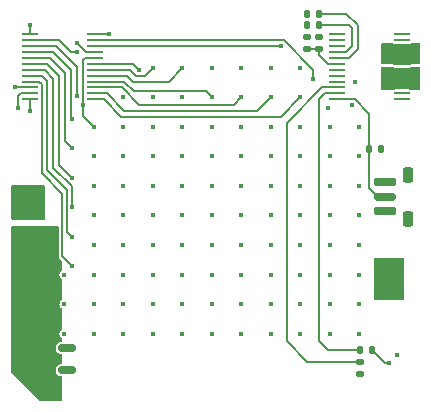
<source format=gbr>
%TF.GenerationSoftware,KiCad,Pcbnew,7.0.7*%
%TF.CreationDate,2023-10-31T11:13:49+10:00*%
%TF.ProjectId,LEDBoard,4c454442-6f61-4726-942e-6b696361645f,rev?*%
%TF.SameCoordinates,Original*%
%TF.FileFunction,Copper,L4,Bot*%
%TF.FilePolarity,Positive*%
%FSLAX46Y46*%
G04 Gerber Fmt 4.6, Leading zero omitted, Abs format (unit mm)*
G04 Created by KiCad (PCBNEW 7.0.7) date 2023-10-31 11:13:49*
%MOMM*%
%LPD*%
G01*
G04 APERTURE LIST*
G04 Aperture macros list*
%AMRoundRect*
0 Rectangle with rounded corners*
0 $1 Rounding radius*
0 $2 $3 $4 $5 $6 $7 $8 $9 X,Y pos of 4 corners*
0 Add a 4 corners polygon primitive as box body*
4,1,4,$2,$3,$4,$5,$6,$7,$8,$9,$2,$3,0*
0 Add four circle primitives for the rounded corners*
1,1,$1+$1,$2,$3*
1,1,$1+$1,$4,$5*
1,1,$1+$1,$6,$7*
1,1,$1+$1,$8,$9*
0 Add four rect primitives between the rounded corners*
20,1,$1+$1,$2,$3,$4,$5,0*
20,1,$1+$1,$4,$5,$6,$7,0*
20,1,$1+$1,$6,$7,$8,$9,0*
20,1,$1+$1,$8,$9,$2,$3,0*%
G04 Aperture macros list end*
%TA.AperFunction,SMDPad,CuDef*%
%ADD10R,2.600000X3.600000*%
%TD*%
%TA.AperFunction,SMDPad,CuDef*%
%ADD11RoundRect,0.062500X0.587500X0.062500X-0.587500X0.062500X-0.587500X-0.062500X0.587500X-0.062500X0*%
%TD*%
%TA.AperFunction,SMDPad,CuDef*%
%ADD12RoundRect,0.187500X-0.712500X0.187500X-0.712500X-0.187500X0.712500X-0.187500X0.712500X0.187500X0*%
%TD*%
%TA.AperFunction,SMDPad,CuDef*%
%ADD13RoundRect,0.150000X-0.750000X0.150000X-0.750000X-0.150000X0.750000X-0.150000X0.750000X0.150000X0*%
%TD*%
%TA.AperFunction,SMDPad,CuDef*%
%ADD14RoundRect,0.225000X-0.225000X0.425000X-0.225000X-0.425000X0.225000X-0.425000X0.225000X0.425000X0*%
%TD*%
%TA.AperFunction,SMDPad,CuDef*%
%ADD15RoundRect,0.135000X0.185000X-0.135000X0.185000X0.135000X-0.185000X0.135000X-0.185000X-0.135000X0*%
%TD*%
%TA.AperFunction,SMDPad,CuDef*%
%ADD16RoundRect,0.135000X0.135000X0.185000X-0.135000X0.185000X-0.135000X-0.185000X0.135000X-0.185000X0*%
%TD*%
%TA.AperFunction,SMDPad,CuDef*%
%ADD17RoundRect,0.135000X-0.185000X0.135000X-0.185000X-0.135000X0.185000X-0.135000X0.185000X0.135000X0*%
%TD*%
%TA.AperFunction,SMDPad,CuDef*%
%ADD18RoundRect,0.150000X0.587500X0.150000X-0.587500X0.150000X-0.587500X-0.150000X0.587500X-0.150000X0*%
%TD*%
%TA.AperFunction,SMDPad,CuDef*%
%ADD19RoundRect,0.135000X-0.135000X-0.185000X0.135000X-0.185000X0.135000X0.185000X-0.135000X0.185000X0*%
%TD*%
%TA.AperFunction,SMDPad,CuDef*%
%ADD20RoundRect,0.250000X0.650000X-0.325000X0.650000X0.325000X-0.650000X0.325000X-0.650000X-0.325000X0*%
%TD*%
%TA.AperFunction,ViaPad*%
%ADD21C,0.400000*%
%TD*%
%TA.AperFunction,Conductor*%
%ADD22C,0.200000*%
%TD*%
G04 APERTURE END LIST*
D10*
%TO.P,BT1,1,+*%
%TO.N,/BATT_TERM*%
X2850000Y-24500000D03*
%TO.P,BT1,2,-*%
%TO.N,-BATT*%
X32150000Y-24500000D03*
%TD*%
D11*
%TO.P,J2,1,Pin_1*%
%TO.N,unconnected-(J2-Pin_1-Pad1)*%
X33250000Y-3750000D03*
%TO.P,J2,2,Pin_2*%
%TO.N,unconnected-(J2-Pin_2-Pad2)*%
X27750000Y-3750000D03*
%TO.P,J2,3,Pin_3*%
%TO.N,unconnected-(J2-Pin_3-Pad3)*%
X33250000Y-4250000D03*
%TO.P,J2,4,Pin_4*%
%TO.N,unconnected-(J2-Pin_4-Pad4)*%
X27750000Y-4250000D03*
%TO.P,J2,5,Pin_5*%
%TO.N,+BATT*%
X33250000Y-4750000D03*
%TO.P,J2,6,Pin_6*%
%TO.N,unconnected-(J2-Pin_6-Pad6)*%
X27750000Y-4750000D03*
%TO.P,J2,7,Pin_7*%
%TO.N,+BATT*%
X33250000Y-5250000D03*
%TO.P,J2,8,Pin_8*%
%TO.N,/LED0*%
X27750000Y-5250000D03*
%TO.P,J2,9,Pin_9*%
%TO.N,+BATT*%
X33250000Y-5750000D03*
%TO.P,J2,10,Pin_10*%
%TO.N,/LED1*%
X27750000Y-5750000D03*
%TO.P,J2,11,Pin_11*%
%TO.N,+BATT*%
X33250000Y-6250000D03*
%TO.P,J2,12,Pin_12*%
%TO.N,/VSENSE*%
X27750000Y-6250000D03*
%TO.P,J2,13,Pin_13*%
%TO.N,-BATT*%
X33250000Y-6750000D03*
%TO.P,J2,14,Pin_14*%
%TO.N,unconnected-(J2-Pin_14-Pad14)*%
X27750000Y-6750000D03*
%TO.P,J2,15,Pin_15*%
%TO.N,-BATT*%
X33250000Y-7250000D03*
%TO.P,J2,16,Pin_16*%
%TO.N,unconnected-(J2-Pin_16-Pad16)*%
X27750000Y-7250000D03*
%TO.P,J2,17,Pin_17*%
%TO.N,-BATT*%
X33250000Y-7750000D03*
%TO.P,J2,18,Pin_18*%
%TO.N,unconnected-(J2-Pin_18-Pad18)*%
X27750000Y-7750000D03*
%TO.P,J2,19,Pin_19*%
%TO.N,-BATT*%
X33250000Y-8250000D03*
%TO.P,J2,20,Pin_20*%
%TO.N,/LED2*%
X27750000Y-8250000D03*
%TO.P,J2,21,Pin_21*%
%TO.N,unconnected-(J2-Pin_21-Pad21)*%
X33250000Y-8750000D03*
%TO.P,J2,22,Pin_22*%
%TO.N,/LED3*%
X27750000Y-8750000D03*
%TO.P,J2,23,Pin_23*%
%TO.N,unconnected-(J2-Pin_23-Pad23)*%
X33250000Y-9250000D03*
%TO.P,J2,24,Pin_24*%
%TO.N,/BUTTON*%
X27750000Y-9250000D03*
%TD*%
D12*
%TO.P,SW1,1,1*%
%TO.N,-BATT*%
X31850000Y-16275000D03*
X31850000Y-18725000D03*
D13*
%TO.P,SW1,2,2*%
%TO.N,/BUTTON*%
X31850000Y-17500000D03*
D14*
%TO.P,SW1,MP*%
%TO.N,N/C*%
X33800000Y-15650000D03*
X33800000Y-19350000D03*
%TD*%
D15*
%TO.P,R2,1*%
%TO.N,/VSENSE*%
X26250000Y-5010000D03*
%TO.P,R2,2*%
%TO.N,-BATT*%
X26250000Y-3990000D03*
%TD*%
D16*
%TO.P,R6,1*%
%TO.N,/LED3_R*%
X30760000Y-30500000D03*
%TO.P,R6,2*%
%TO.N,/LED3*%
X29740000Y-30500000D03*
%TD*%
D17*
%TO.P,R1,1*%
%TO.N,+BATT*%
X25250000Y-3990000D03*
%TO.P,R1,2*%
%TO.N,/VSENSE*%
X25250000Y-5010000D03*
%TD*%
D18*
%TO.P,Q1,1,G*%
%TO.N,-BATT*%
X4937500Y-30300000D03*
%TO.P,Q1,2,S*%
%TO.N,+BATT*%
X4937500Y-32200000D03*
%TO.P,Q1,3,D*%
%TO.N,/BATT_TERM*%
X3062500Y-31250000D03*
%TD*%
D15*
%TO.P,R5,1*%
%TO.N,/LED2_R*%
X29750000Y-32510000D03*
%TO.P,R5,2*%
%TO.N,/LED2*%
X29750000Y-31490000D03*
%TD*%
D11*
%TO.P,J1,1,Pin_1*%
%TO.N,-BATT*%
X7250000Y-3750000D03*
%TO.P,J1,2,Pin_2*%
X1750000Y-3750000D03*
%TO.P,J1,3,Pin_3*%
%TO.N,/LED Array/COL9*%
X7250000Y-4250000D03*
%TO.P,J1,4,Pin_4*%
%TO.N,/LED Array/ROW0*%
X1750000Y-4250000D03*
%TO.P,J1,5,Pin_5*%
%TO.N,/LED Array/COL10*%
X7250000Y-4750000D03*
%TO.P,J1,6,Pin_6*%
%TO.N,/LED Array/ROW1*%
X1750000Y-4750000D03*
%TO.P,J1,7,Pin_7*%
%TO.N,/LED Array/COL0*%
X7250000Y-5250000D03*
%TO.P,J1,8,Pin_8*%
%TO.N,/LED Array/ROW2*%
X1750000Y-5250000D03*
%TO.P,J1,9,Pin_9*%
%TO.N,/LED Array/COL1*%
X7250000Y-5750000D03*
%TO.P,J1,10,Pin_10*%
%TO.N,/LED Array/ROW3*%
X1750000Y-5750000D03*
%TO.P,J1,11,Pin_11*%
%TO.N,/LED Array/COL2*%
X7250000Y-6250000D03*
%TO.P,J1,12,Pin_12*%
%TO.N,/LED Array/ROW4*%
X1750000Y-6250000D03*
%TO.P,J1,13,Pin_13*%
%TO.N,/LED Array/COL3*%
X7250000Y-6750000D03*
%TO.P,J1,14,Pin_14*%
%TO.N,/LED Array/ROW5*%
X1750000Y-6750000D03*
%TO.P,J1,15,Pin_15*%
%TO.N,/LED Array/COL4*%
X7250000Y-7250000D03*
%TO.P,J1,16,Pin_16*%
%TO.N,/LED Array/ROW6*%
X1750000Y-7250000D03*
%TO.P,J1,17,Pin_17*%
%TO.N,/LED Array/COL5*%
X7250000Y-7750000D03*
%TO.P,J1,18,Pin_18*%
%TO.N,/LED Array/ROW7*%
X1750000Y-7750000D03*
%TO.P,J1,19,Pin_19*%
%TO.N,/LED Array/COL6*%
X7250000Y-8250000D03*
%TO.P,J1,20,Pin_20*%
%TO.N,/LED Array/ROW8*%
X1750000Y-8250000D03*
%TO.P,J1,21,Pin_21*%
%TO.N,/LED Array/COL7*%
X7250000Y-8750000D03*
%TO.P,J1,22,Pin_22*%
%TO.N,/LED Array/ROW9*%
X1750000Y-8750000D03*
%TO.P,J1,23,Pin_23*%
%TO.N,/LED Array/COL8*%
X7250000Y-9250000D03*
%TO.P,J1,24,Pin_24*%
%TO.N,-BATT*%
X1750000Y-9250000D03*
%TD*%
D16*
%TO.P,R7,1*%
%TO.N,+BATT*%
X31510000Y-13500000D03*
%TO.P,R7,2*%
%TO.N,/BUTTON*%
X30490000Y-13500000D03*
%TD*%
D19*
%TO.P,R4,1*%
%TO.N,/LED1_R*%
X25240000Y-2000000D03*
%TO.P,R4,2*%
%TO.N,/LED1*%
X26260000Y-2000000D03*
%TD*%
D20*
%TO.P,C1,1*%
%TO.N,/BATT_TERM*%
X1500000Y-21225000D03*
%TO.P,C1,2*%
%TO.N,-BATT*%
X1500000Y-18275000D03*
%TD*%
D19*
%TO.P,R3,1*%
%TO.N,/LED0_R*%
X25240000Y-3000000D03*
%TO.P,R3,2*%
%TO.N,/LED0*%
X26260000Y-3000000D03*
%TD*%
D21*
%TO.N,-BATT*%
X32000000Y-8000000D03*
X5400000Y-30300000D03*
X1750000Y-10250000D03*
X32150000Y-24500000D03*
X750000Y-17000000D03*
X33000000Y-23250000D03*
X33000000Y-25750000D03*
X2250000Y-17000000D03*
X8500000Y-3750000D03*
X31250000Y-25750000D03*
X32000000Y-7000000D03*
X31250000Y-23250000D03*
X34500000Y-8000000D03*
X26250000Y-3990000D03*
X4500000Y-30300000D03*
X32100000Y-18725000D03*
X32100000Y-16275000D03*
X1500000Y-17000000D03*
X1750000Y-3000000D03*
X32842947Y-30907053D03*
X34500000Y-7000000D03*
%TO.N,/LED0_R*%
X25240000Y-3000000D03*
%TO.N,/LED1_R*%
X25240000Y-2000000D03*
%TO.N,/LED2_R*%
X29750000Y-32510000D03*
%TO.N,/LED Array/COL0*%
X4657053Y-29092947D03*
X4657053Y-24092947D03*
X4657053Y-26592947D03*
X5750000Y-4500000D03*
%TO.N,/LED Array/ROW0*%
X5750000Y-5250000D03*
%TO.N,/LED Array/COL1*%
X7157053Y-26592947D03*
X7157053Y-14092947D03*
X7157053Y-21592947D03*
X7157053Y-29092947D03*
X6250000Y-9750000D03*
X7157053Y-16592947D03*
X7157053Y-24092947D03*
X7157053Y-19092947D03*
X7157053Y-11592947D03*
%TO.N,/LED Array/COL2*%
X9657053Y-16592947D03*
X9657053Y-24092947D03*
X9657053Y-9092947D03*
X9657053Y-21592947D03*
X9657053Y-26592947D03*
X9657053Y-14092947D03*
X9657053Y-11592947D03*
X9657053Y-29092947D03*
X11000000Y-6750000D03*
X9657053Y-19092947D03*
%TO.N,/LED Array/COL3*%
X12157053Y-26592947D03*
X12157053Y-29092947D03*
X12157053Y-14092947D03*
X12157053Y-11592947D03*
X12157053Y-19092947D03*
X12157053Y-21592947D03*
X12157053Y-16592947D03*
X12157053Y-6592947D03*
X12157053Y-9092947D03*
X12157053Y-24092947D03*
%TO.N,/LED Array/COL4*%
X14657053Y-26592947D03*
X14657053Y-29092947D03*
X14657053Y-19092947D03*
X14657053Y-6592947D03*
X14657053Y-11592947D03*
X14657053Y-24092947D03*
X14657053Y-16592947D03*
X14657053Y-9092947D03*
X14657053Y-21592947D03*
X14657053Y-14092947D03*
%TO.N,/LED Array/COL5*%
X17157053Y-19092947D03*
X17157053Y-29092947D03*
X17157053Y-21592947D03*
X17157053Y-6592947D03*
X17157053Y-24092947D03*
X17157053Y-16592947D03*
X17157053Y-14092947D03*
X17157053Y-11592947D03*
X17157053Y-9092947D03*
X17157053Y-26592947D03*
%TO.N,/LED Array/COL6*%
X19657053Y-26592947D03*
X19657053Y-29092947D03*
X19657053Y-9092947D03*
X19657053Y-6592947D03*
X19657053Y-24092947D03*
X19657053Y-19092947D03*
X19657053Y-14092947D03*
X19657053Y-16592947D03*
X19657053Y-21592947D03*
X19657053Y-11592947D03*
%TO.N,/LED Array/COL7*%
X22157053Y-19092947D03*
X22157053Y-14092947D03*
X22157053Y-24092947D03*
X22157053Y-6592947D03*
X22157053Y-26592947D03*
X22157053Y-9092947D03*
X22157053Y-21592947D03*
X22157053Y-11592947D03*
X22157053Y-29092947D03*
X22157053Y-16592947D03*
%TO.N,/LED Array/COL8*%
X24657053Y-29092947D03*
X24657053Y-11592947D03*
X24657053Y-26592947D03*
X24657053Y-21592947D03*
X24657053Y-16592947D03*
X24657053Y-9092947D03*
X24657053Y-24092947D03*
X24657053Y-6592947D03*
X24657053Y-19092947D03*
X24657053Y-14092947D03*
%TO.N,/LED Array/COL9*%
X27157053Y-16592947D03*
X27157053Y-21592947D03*
X27157053Y-24092947D03*
X27157053Y-26592947D03*
X27157053Y-14092947D03*
X27157053Y-19092947D03*
X27157053Y-29092947D03*
X25750000Y-7500000D03*
X27000000Y-10000000D03*
X27157053Y-11592947D03*
%TO.N,/LED Array/COL10*%
X29657053Y-24092947D03*
X29657053Y-11592947D03*
X23000000Y-4750000D03*
X29657053Y-14092947D03*
X29657053Y-29092947D03*
X29657053Y-21592947D03*
X29657053Y-26592947D03*
X29250000Y-7750000D03*
X29657053Y-16592947D03*
X29657053Y-19092947D03*
X29000000Y-9750000D03*
%TO.N,/LED Array/ROW1*%
X5750000Y-9000000D03*
%TO.N,/LED Array/ROW2*%
X5342947Y-10907053D03*
%TO.N,/LED Array/ROW3*%
X5342947Y-13407053D03*
%TO.N,/LED Array/ROW4*%
X5342947Y-15907053D03*
%TO.N,/LED Array/ROW5*%
X5342947Y-18407053D03*
%TO.N,/LED Array/ROW6*%
X5342947Y-20907053D03*
%TO.N,/LED Array/ROW7*%
X5342947Y-23407053D03*
%TO.N,/LED Array/ROW8*%
X500000Y-8250000D03*
%TO.N,/LED Array/ROW9*%
X750000Y-10000000D03*
%TO.N,+BATT*%
X32000000Y-5000000D03*
X32000000Y-6000000D03*
X4500000Y-32200000D03*
X34500000Y-5000000D03*
X31510000Y-13500000D03*
X5400000Y-32200000D03*
X34500000Y-6000000D03*
X25250000Y-3990000D03*
%TO.N,/LED3_R*%
X32157053Y-31592947D03*
%TD*%
D22*
%TO.N,-BATT*%
X1750000Y-10250000D02*
X1750000Y-9250000D01*
X8500000Y-3750000D02*
X7250000Y-3750000D01*
X1750000Y-3750000D02*
X1750000Y-3000000D01*
%TO.N,/LED0*%
X29000000Y-4750000D02*
X29000000Y-3250000D01*
X27750000Y-5250000D02*
X28500000Y-5250000D01*
X28750000Y-3000000D02*
X26260000Y-3000000D01*
X29000000Y-3250000D02*
X28750000Y-3000000D01*
X28500000Y-5250000D02*
X29000000Y-4750000D01*
%TO.N,/LED1*%
X29500000Y-3000000D02*
X28500000Y-2000000D01*
X28500000Y-2000000D02*
X26260000Y-2000000D01*
X27750000Y-5750000D02*
X28750000Y-5750000D01*
X29500000Y-5000000D02*
X29500000Y-3000000D01*
X28750000Y-5750000D02*
X29500000Y-5000000D01*
%TO.N,/LED2*%
X23500000Y-11250000D02*
X23500000Y-29750000D01*
X25240000Y-31490000D02*
X29750000Y-31490000D01*
X27750000Y-8250000D02*
X26500000Y-8250000D01*
X23500000Y-29750000D02*
X25240000Y-31490000D01*
X26500000Y-8250000D02*
X23500000Y-11250000D01*
%TO.N,/LED3*%
X27000000Y-30500000D02*
X26250000Y-29750000D01*
X26750000Y-8750000D02*
X27750000Y-8750000D01*
X26250000Y-29750000D02*
X26250000Y-9250000D01*
X29740000Y-30500000D02*
X27000000Y-30500000D01*
X26250000Y-9250000D02*
X26750000Y-8750000D01*
%TO.N,/LED Array/COL0*%
X7250000Y-5250000D02*
X6500000Y-5250000D01*
X6500000Y-5250000D02*
X5750000Y-4500000D01*
%TO.N,/LED Array/ROW0*%
X5750000Y-5250000D02*
X5250000Y-5250000D01*
X4250000Y-4250000D02*
X1750000Y-4250000D01*
X5250000Y-5250000D02*
X4250000Y-4250000D01*
%TO.N,/LED Array/COL1*%
X7250000Y-5750000D02*
X6436343Y-5750000D01*
X6250000Y-10685894D02*
X7157053Y-11592947D01*
X6436343Y-5750000D02*
X6250000Y-5936343D01*
X6250000Y-9750000D02*
X6250000Y-10685894D01*
X6250000Y-5936343D02*
X6250000Y-9750000D01*
%TO.N,/LED Array/COL2*%
X11000000Y-6750000D02*
X10500000Y-6250000D01*
X10500000Y-6250000D02*
X7250000Y-6250000D01*
%TO.N,/LED Array/COL3*%
X11500000Y-7250000D02*
X12157053Y-6592947D01*
X10250000Y-6750000D02*
X10750000Y-7250000D01*
X10750000Y-7250000D02*
X11500000Y-7250000D01*
X7250000Y-6750000D02*
X10250000Y-6750000D01*
%TO.N,/LED Array/COL4*%
X10000000Y-7250000D02*
X10500000Y-7750000D01*
X13500000Y-7750000D02*
X14657053Y-6592947D01*
X10500000Y-7750000D02*
X13500000Y-7750000D01*
X7250000Y-7250000D02*
X10000000Y-7250000D01*
%TO.N,/LED Array/COL5*%
X10592947Y-8592947D02*
X16657053Y-8592947D01*
X16657053Y-8592947D02*
X17157053Y-9092947D01*
X9750000Y-7750000D02*
X10592947Y-8592947D01*
X7250000Y-7750000D02*
X9750000Y-7750000D01*
%TO.N,/LED Array/COL6*%
X7250000Y-8250000D02*
X9521213Y-8250000D01*
X11021213Y-9750000D02*
X19000000Y-9750000D01*
X9521213Y-8250000D02*
X11021213Y-9750000D01*
X19000000Y-9750000D02*
X19657053Y-9092947D01*
%TO.N,/LED Array/COL7*%
X8250000Y-8750000D02*
X9750000Y-10250000D01*
X21000000Y-10250000D02*
X22157053Y-9092947D01*
X7250000Y-8750000D02*
X8250000Y-8750000D01*
X9750000Y-10250000D02*
X21000000Y-10250000D01*
%TO.N,/LED Array/COL8*%
X8000000Y-9250000D02*
X9500000Y-10750000D01*
X23000000Y-10750000D02*
X24657053Y-9092947D01*
X7250000Y-9250000D02*
X8000000Y-9250000D01*
X9500000Y-10750000D02*
X23000000Y-10750000D01*
%TO.N,/LED Array/COL9*%
X25750000Y-7500000D02*
X25750000Y-6750000D01*
X23250000Y-4250000D02*
X7250000Y-4250000D01*
X25750000Y-6750000D02*
X23250000Y-4250000D01*
%TO.N,/LED Array/COL10*%
X7250000Y-4750000D02*
X23000000Y-4750000D01*
%TO.N,/LED Array/ROW1*%
X5750000Y-6500000D02*
X4000000Y-4750000D01*
X4000000Y-4750000D02*
X1750000Y-4750000D01*
X5750000Y-9000000D02*
X5750000Y-6500000D01*
%TO.N,/LED Array/ROW2*%
X3750000Y-5250000D02*
X5250000Y-6750000D01*
X5250000Y-10814106D02*
X5342947Y-10907053D01*
X5250000Y-6750000D02*
X5250000Y-10814106D01*
X1750000Y-5250000D02*
X3750000Y-5250000D01*
%TO.N,/LED Array/ROW3*%
X4750000Y-7000000D02*
X4750000Y-12814106D01*
X4750000Y-12814106D02*
X5342947Y-13407053D01*
X1750000Y-5750000D02*
X3500000Y-5750000D01*
X3500000Y-5750000D02*
X4750000Y-7000000D01*
%TO.N,/LED Array/ROW4*%
X3250000Y-6250000D02*
X4250000Y-7250000D01*
X4250000Y-7250000D02*
X4250000Y-14814106D01*
X1750000Y-6250000D02*
X3250000Y-6250000D01*
X4250000Y-14814106D02*
X5342947Y-15907053D01*
%TO.N,/LED Array/ROW5*%
X3750000Y-15032053D02*
X5342947Y-16625000D01*
X3000000Y-6750000D02*
X3750000Y-7500000D01*
X5342947Y-16625000D02*
X5342947Y-18407053D01*
X3750000Y-7500000D02*
X3750000Y-15032053D01*
X1750000Y-6750000D02*
X3000000Y-6750000D01*
%TO.N,/LED Array/ROW6*%
X4912947Y-20477053D02*
X5342947Y-20907053D01*
X2781829Y-7250000D02*
X3250000Y-7718171D01*
X1750000Y-7250000D02*
X2781829Y-7250000D01*
X3250000Y-15250000D02*
X4912947Y-16912947D01*
X4912947Y-16912947D02*
X4912947Y-20477053D01*
X3250000Y-7718171D02*
X3250000Y-15250000D01*
%TO.N,/LED Array/ROW7*%
X1750000Y-7750000D02*
X2563657Y-7750000D01*
X2750000Y-15500000D02*
X4500000Y-17250000D01*
X4500000Y-22564106D02*
X5342947Y-23407053D01*
X4500000Y-17250000D02*
X4500000Y-22564106D01*
X2563657Y-7750000D02*
X2750000Y-7936343D01*
X2750000Y-7936343D02*
X2750000Y-15500000D01*
%TO.N,/LED Array/ROW8*%
X500000Y-8250000D02*
X1750000Y-8250000D01*
%TO.N,/LED Array/ROW9*%
X1000000Y-8750000D02*
X1750000Y-8750000D01*
X750000Y-10000000D02*
X750000Y-9000000D01*
X750000Y-9000000D02*
X1000000Y-8750000D01*
%TO.N,/VSENSE*%
X26250000Y-5500000D02*
X26250000Y-5010000D01*
X26250000Y-5010000D02*
X25250000Y-5010000D01*
X27750000Y-6250000D02*
X27000000Y-6250000D01*
X27000000Y-6250000D02*
X26250000Y-5500000D01*
%TO.N,/BUTTON*%
X30490000Y-13500000D02*
X30500000Y-13500000D01*
X30500000Y-16750000D02*
X31250000Y-17500000D01*
X30500000Y-10500000D02*
X30500000Y-13500000D01*
X30500000Y-13500000D02*
X30500000Y-16750000D01*
X27750000Y-9250000D02*
X29250000Y-9250000D01*
X29250000Y-9250000D02*
X30500000Y-10500000D01*
X31250000Y-17500000D02*
X31850000Y-17500000D01*
%TO.N,/LED3_R*%
X32157053Y-31592947D02*
X31852947Y-31592947D01*
X31852947Y-31592947D02*
X30760000Y-30500000D01*
%TD*%
%TA.AperFunction,Conductor*%
%TO.N,+BATT*%
G36*
X32494696Y-4516684D02*
G01*
X32530802Y-4540809D01*
X32559883Y-4560240D01*
X32618207Y-4571841D01*
X32636588Y-4575498D01*
X32636589Y-4575498D01*
X32636599Y-4575500D01*
X33863400Y-4575499D01*
X33940117Y-4560240D01*
X33986330Y-4529361D01*
X34005304Y-4516684D01*
X34060305Y-4500000D01*
X34700500Y-4500000D01*
X34758691Y-4518907D01*
X34794655Y-4568407D01*
X34799500Y-4599000D01*
X34799500Y-6195500D01*
X34780593Y-6253691D01*
X34731093Y-6289655D01*
X34700500Y-6294500D01*
X34060305Y-6294500D01*
X34000649Y-6303348D01*
X33945656Y-6320030D01*
X33891137Y-6345814D01*
X33879910Y-6353316D01*
X33824911Y-6369999D01*
X32675089Y-6369999D01*
X32620090Y-6353316D01*
X32608869Y-6345819D01*
X32608860Y-6345813D01*
X32554346Y-6320031D01*
X32499350Y-6303348D01*
X32439695Y-6294500D01*
X31599000Y-6294500D01*
X31540809Y-6275593D01*
X31504845Y-6226093D01*
X31500000Y-6195500D01*
X31500000Y-4599000D01*
X31518907Y-4540809D01*
X31568407Y-4504845D01*
X31599000Y-4500000D01*
X32439695Y-4500000D01*
X32494696Y-4516684D01*
G37*
%TD.AperFunction*%
%TD*%
%TA.AperFunction,Conductor*%
%TO.N,-BATT*%
G36*
X32494696Y-6516684D02*
G01*
X32530802Y-6540809D01*
X32559883Y-6560240D01*
X32618207Y-6571841D01*
X32636588Y-6575498D01*
X32636589Y-6575498D01*
X32636599Y-6575500D01*
X33863400Y-6575499D01*
X33940117Y-6560240D01*
X33986330Y-6529361D01*
X34005304Y-6516684D01*
X34060305Y-6500000D01*
X34700500Y-6500000D01*
X34758691Y-6518907D01*
X34794655Y-6568407D01*
X34799500Y-6599000D01*
X34799500Y-8401000D01*
X34780593Y-8459191D01*
X34731093Y-8495155D01*
X34700500Y-8500000D01*
X34060305Y-8500000D01*
X34005304Y-8483316D01*
X33940119Y-8439761D01*
X33940117Y-8439760D01*
X33940114Y-8439759D01*
X33940113Y-8439759D01*
X33863411Y-8424501D01*
X33863402Y-8424500D01*
X33863401Y-8424500D01*
X33863399Y-8424500D01*
X32636602Y-8424500D01*
X32636595Y-8424501D01*
X32559883Y-8439759D01*
X32559882Y-8439760D01*
X32494696Y-8483316D01*
X32439695Y-8500000D01*
X31599000Y-8500000D01*
X31540809Y-8481093D01*
X31504845Y-8431593D01*
X31500000Y-8401000D01*
X31500000Y-6599000D01*
X31518907Y-6540809D01*
X31568407Y-6504845D01*
X31599000Y-6500000D01*
X32439695Y-6500000D01*
X32494696Y-6516684D01*
G37*
%TD.AperFunction*%
%TD*%
%TA.AperFunction,Conductor*%
%TO.N,/BATT_TERM*%
G36*
X4158691Y-20018907D02*
G01*
X4194655Y-20068407D01*
X4199500Y-20099000D01*
X4199500Y-22498941D01*
X4197280Y-22512619D01*
X4198494Y-22512789D01*
X4197226Y-22521872D01*
X4199447Y-22569889D01*
X4199500Y-22572175D01*
X4199500Y-22591948D01*
X4200152Y-22595438D01*
X4200943Y-22602255D01*
X4202414Y-22634093D01*
X4202415Y-22634100D01*
X4206384Y-22643088D01*
X4213133Y-22664879D01*
X4214939Y-22674539D01*
X4231717Y-22701639D01*
X4234915Y-22707706D01*
X4247793Y-22736869D01*
X4247794Y-22736871D01*
X4254745Y-22743822D01*
X4268907Y-22761702D01*
X4274081Y-22770058D01*
X4299511Y-22789262D01*
X4304690Y-22793768D01*
X4471004Y-22960081D01*
X4498781Y-23014598D01*
X4500000Y-23030085D01*
X4499999Y-23662810D01*
X4481092Y-23721001D01*
X4445947Y-23751018D01*
X4418713Y-23764895D01*
X4329002Y-23854606D01*
X4271408Y-23967639D01*
X4271407Y-23967643D01*
X4251561Y-24092946D01*
X4251561Y-24092947D01*
X4271407Y-24218250D01*
X4271408Y-24218254D01*
X4326997Y-24327353D01*
X4329003Y-24331289D01*
X4418711Y-24420997D01*
X4445945Y-24434873D01*
X4489209Y-24478136D01*
X4500000Y-24523082D01*
X4500000Y-26162810D01*
X4481093Y-26221001D01*
X4445947Y-26251019D01*
X4418712Y-26264896D01*
X4329002Y-26354606D01*
X4271408Y-26467639D01*
X4271407Y-26467643D01*
X4251561Y-26592946D01*
X4251561Y-26592947D01*
X4271407Y-26718250D01*
X4271408Y-26718254D01*
X4326997Y-26827353D01*
X4329003Y-26831289D01*
X4418711Y-26920997D01*
X4445945Y-26934873D01*
X4489209Y-26978136D01*
X4500000Y-27023082D01*
X4500000Y-28662810D01*
X4481093Y-28721001D01*
X4445947Y-28751019D01*
X4418712Y-28764896D01*
X4329002Y-28854606D01*
X4271408Y-28967639D01*
X4271407Y-28967643D01*
X4251561Y-29092946D01*
X4251561Y-29092947D01*
X4271407Y-29218250D01*
X4271408Y-29218254D01*
X4326997Y-29327353D01*
X4329003Y-29331289D01*
X4418711Y-29420997D01*
X4445945Y-29434873D01*
X4489209Y-29478136D01*
X4500000Y-29523082D01*
X4500000Y-29700500D01*
X4481093Y-29758691D01*
X4431593Y-29794655D01*
X4401000Y-29799500D01*
X4316740Y-29799500D01*
X4282673Y-29804463D01*
X4248604Y-29809427D01*
X4143518Y-29860801D01*
X4060801Y-29943518D01*
X4009427Y-30048604D01*
X4009427Y-30048607D01*
X3999500Y-30116740D01*
X3999500Y-30483260D01*
X4006117Y-30528681D01*
X4009427Y-30551395D01*
X4060801Y-30656481D01*
X4060802Y-30656483D01*
X4143517Y-30739198D01*
X4197285Y-30765483D01*
X4248604Y-30790572D01*
X4248605Y-30790572D01*
X4248607Y-30790573D01*
X4316740Y-30800500D01*
X4316743Y-30800500D01*
X4401000Y-30800500D01*
X4459191Y-30819407D01*
X4495155Y-30868907D01*
X4500000Y-30899500D01*
X4500000Y-31600500D01*
X4481093Y-31658691D01*
X4431593Y-31694655D01*
X4401000Y-31699500D01*
X4316740Y-31699500D01*
X4282673Y-31704463D01*
X4248604Y-31709427D01*
X4143518Y-31760801D01*
X4060801Y-31843518D01*
X4009427Y-31948604D01*
X4009427Y-31948607D01*
X3999500Y-32016740D01*
X3999500Y-32383260D01*
X4004409Y-32416950D01*
X4009427Y-32451395D01*
X4044233Y-32522590D01*
X4060802Y-32556483D01*
X4143517Y-32639198D01*
X4197285Y-32665483D01*
X4248604Y-32690572D01*
X4248605Y-32690572D01*
X4248607Y-32690573D01*
X4316740Y-32700500D01*
X4316743Y-32700500D01*
X4401000Y-32700500D01*
X4459191Y-32719407D01*
X4495155Y-32768907D01*
X4500000Y-32799500D01*
X4500000Y-34700500D01*
X4481093Y-34758691D01*
X4431593Y-34794655D01*
X4401000Y-34799500D01*
X2624058Y-34799500D01*
X2565867Y-34780593D01*
X2554054Y-34770504D01*
X229496Y-32445945D01*
X201719Y-32391428D01*
X200500Y-32375941D01*
X200500Y-20099000D01*
X219407Y-20040809D01*
X268907Y-20004845D01*
X299500Y-20000000D01*
X4100500Y-20000000D01*
X4158691Y-20018907D01*
G37*
%TD.AperFunction*%
%TD*%
%TA.AperFunction,Conductor*%
%TO.N,-BATT*%
G36*
X2959191Y-16518907D02*
G01*
X2995155Y-16568407D01*
X3000000Y-16599000D01*
X3000000Y-19401000D01*
X2981093Y-19459191D01*
X2931593Y-19495155D01*
X2901000Y-19500000D01*
X299500Y-19500000D01*
X241309Y-19481093D01*
X205345Y-19431593D01*
X200500Y-19401000D01*
X200500Y-16599000D01*
X219407Y-16540809D01*
X268907Y-16504845D01*
X299500Y-16500000D01*
X2901000Y-16500000D01*
X2959191Y-16518907D01*
G37*
%TD.AperFunction*%
%TD*%
M02*

</source>
